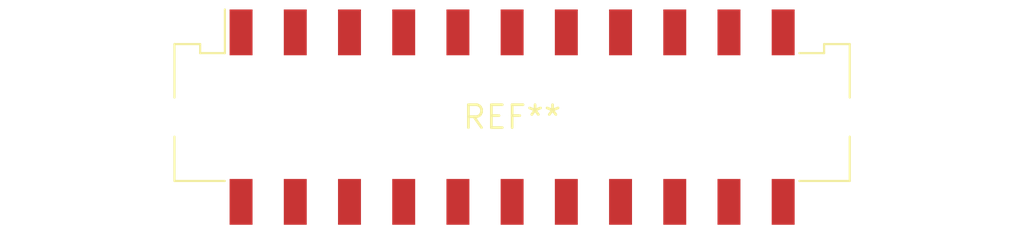
<source format=kicad_pcb>
(kicad_pcb (version 20240108) (generator pcbnew)
  (layers (0 "F.Cu" signal) (31 "B.Cu" signal) (34 "B.Paste" user) (35 "F.Paste" user) (36 "B.SilkS" user "B.Silkscreen") (37 "F.SilkS" user "F.Silkscreen") (38 "B.Mask" user) (39 "F.Mask" user) (44 "Edge.Cuts" user))
  (net 0 "")
  (footprint "Molex_Micro-Fit_3.0_43045-2215_2x11_P3.00mm_Vertical" (layer "F.Cu") (at 0 0)
    (property "Reference" "REF**")
    (property "Value" "Molex_Micro-Fit_3.0_43045-2215_2x11_P3.00mm_Vertical")
    (fp_line (start -18.685 -4.05) (end -17.265 -4.05) (layer "F.SilkS") (stroke (width 0.12)))
    (fp_line (start -18.685 -1.085) (end -18.685 -4.05) (layer "F.SilkS") (stroke (width 0.12)))
    (fp_line (start -18.685 1.085) (end -18.685 3.54) (layer "F.SilkS") (stroke (width 0.12)))
    (fp_line (start -18.685 3.54) (end -15.895 3.54) (layer "F.SilkS") (stroke (width 0.12)))
    (fp_line (start -17.265 -4.05) (end -17.265 -3.55) (layer "F.SilkS") (stroke (width 0.12)))
    (fp_line (start -17.265 -3.55) (end -15.895 -3.55) (layer "F.SilkS") (stroke (width 0.12)))
    (fp_line (start -15.895 -3.55) (end -15.895 -5.97) (layer "F.SilkS") (stroke (width 0.12)))
    (fp_line (start 17.265 -4.05) (end 17.265 -3.55) (layer "F.SilkS") (stroke (width 0.12)))
    (fp_line (start 17.265 -3.55) (end 15.895 -3.55) (layer "F.SilkS") (stroke (width 0.12)))
    (fp_line (start 18.685 -4.05) (end 17.265 -4.05) (layer "F.SilkS") (stroke (width 0.12)))
    (fp_line (start 18.685 -1.085) (end 18.685 -4.05) (layer "F.SilkS") (stroke (width 0.12)))
    (fp_line (start 18.685 1.085) (end 18.685 3.54) (layer "F.SilkS") (stroke (width 0.12)))
    (fp_line (start 18.685 3.54) (end 15.895 3.54) (layer "F.SilkS") (stroke (width 0.12)))
    (pad "" np_thru_hole circle (at -17.15 0) (size 2.41 2.41) (drill 2.41) (layers *.Cu *.Mask))
    (pad "" np_thru_hole circle (at 17.15 0) (size 2.41 2.41) (drill 2.41) (layers *.Cu *.Mask))
    (pad "1" smd rect (at -15 -4.7) (size 1.27 2.54) (layers "F.Cu" "F.Paste" "F.Mask"))
    (pad "2" smd rect (at -12 -4.7) (size 1.27 2.54) (layers "F.Cu" "F.Paste" "F.Mask"))
    (pad "3" smd rect (at -9 -4.7) (size 1.27 2.54) (layers "F.Cu" "F.Paste" "F.Mask"))
    (pad "4" smd rect (at -6 -4.7) (size 1.27 2.54) (layers "F.Cu" "F.Paste" "F.Mask"))
    (pad "5" smd rect (at -3 -4.7) (size 1.27 2.54) (layers "F.Cu" "F.Paste" "F.Mask"))
    (pad "6" smd rect (at 0 -4.7) (size 1.27 2.54) (layers "F.Cu" "F.Paste" "F.Mask"))
    (pad "7" smd rect (at 3 -4.7) (size 1.27 2.54) (layers "F.Cu" "F.Paste" "F.Mask"))
    (pad "8" smd rect (at 6 -4.7) (size 1.27 2.54) (layers "F.Cu" "F.Paste" "F.Mask"))
    (pad "9" smd rect (at 9 -4.7) (size 1.27 2.54) (layers "F.Cu" "F.Paste" "F.Mask"))
    (pad "10" smd rect (at 12 -4.7) (size 1.27 2.54) (layers "F.Cu" "F.Paste" "F.Mask"))
    (pad "11" smd rect (at 15 -4.7) (size 1.27 2.54) (layers "F.Cu" "F.Paste" "F.Mask"))
    (pad "12" smd rect (at -15 4.7) (size 1.27 2.54) (layers "F.Cu" "F.Paste" "F.Mask"))
    (pad "13" smd rect (at -12 4.7) (size 1.27 2.54) (layers "F.Cu" "F.Paste" "F.Mask"))
    (pad "14" smd rect (at -9 4.7) (size 1.27 2.54) (layers "F.Cu" "F.Paste" "F.Mask"))
    (pad "15" smd rect (at -6 4.7) (size 1.27 2.54) (layers "F.Cu" "F.Paste" "F.Mask"))
    (pad "16" smd rect (at -3 4.7) (size 1.27 2.54) (layers "F.Cu" "F.Paste" "F.Mask"))
    (pad "17" smd rect (at 0 4.7) (size 1.27 2.54) (layers "F.Cu" "F.Paste" "F.Mask"))
    (pad "18" smd rect (at 3 4.7) (size 1.27 2.54) (layers "F.Cu" "F.Paste" "F.Mask"))
    (pad "19" smd rect (at 6 4.7) (size 1.27 2.54) (layers "F.Cu" "F.Paste" "F.Mask"))
    (pad "20" smd rect (at 9 4.7) (size 1.27 2.54) (layers "F.Cu" "F.Paste" "F.Mask"))
    (pad "21" smd rect (at 12 4.7) (size 1.27 2.54) (layers "F.Cu" "F.Paste" "F.Mask"))
    (pad "22" smd rect (at 15 4.7) (size 1.27 2.54) (layers "F.Cu" "F.Paste" "F.Mask"))
  )
)
</source>
